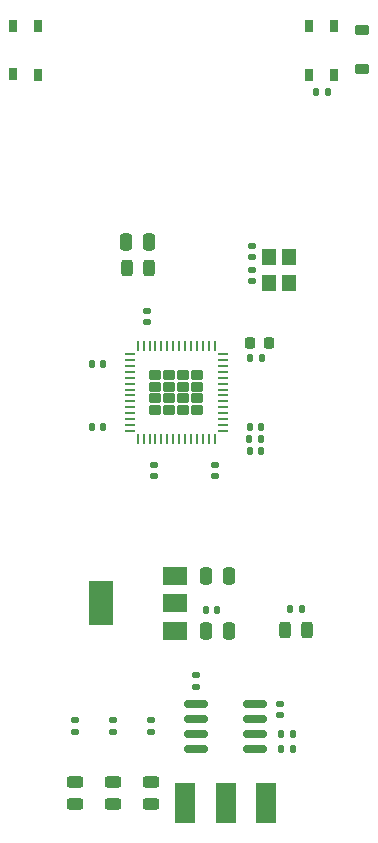
<source format=gbr>
%TF.GenerationSoftware,KiCad,Pcbnew,7.0.2-6a45011f42~172~ubuntu20.04.1*%
%TF.CreationDate,2023-04-23T15:23:27+07:00*%
%TF.ProjectId,EZ-USB-FX2LP-dev-board,455a2d55-5342-42d4-9658-324c502d6465,rev?*%
%TF.SameCoordinates,Original*%
%TF.FileFunction,Paste,Top*%
%TF.FilePolarity,Positive*%
%FSLAX46Y46*%
G04 Gerber Fmt 4.6, Leading zero omitted, Abs format (unit mm)*
G04 Created by KiCad (PCBNEW 7.0.2-6a45011f42~172~ubuntu20.04.1) date 2023-04-23 15:23:27*
%MOMM*%
%LPD*%
G01*
G04 APERTURE LIST*
G04 Aperture macros list*
%AMRoundRect*
0 Rectangle with rounded corners*
0 $1 Rounding radius*
0 $2 $3 $4 $5 $6 $7 $8 $9 X,Y pos of 4 corners*
0 Add a 4 corners polygon primitive as box body*
4,1,4,$2,$3,$4,$5,$6,$7,$8,$9,$2,$3,0*
0 Add four circle primitives for the rounded corners*
1,1,$1+$1,$2,$3*
1,1,$1+$1,$4,$5*
1,1,$1+$1,$6,$7*
1,1,$1+$1,$8,$9*
0 Add four rect primitives between the rounded corners*
20,1,$1+$1,$2,$3,$4,$5,0*
20,1,$1+$1,$4,$5,$6,$7,0*
20,1,$1+$1,$6,$7,$8,$9,0*
20,1,$1+$1,$8,$9,$2,$3,0*%
%AMFreePoly0*
4,1,9,0.435000,0.357500,0.435000,-0.357500,0.290000,-0.502500,-0.290000,-0.502500,-0.435000,-0.357500,-0.435000,0.357500,-0.290000,0.502500,0.290000,0.502500,0.435000,0.357500,0.435000,0.357500,$1*%
G04 Aperture macros list end*
%ADD10RoundRect,0.225000X0.375000X-0.225000X0.375000X0.225000X-0.375000X0.225000X-0.375000X-0.225000X0*%
%ADD11RoundRect,0.135000X-0.135000X-0.185000X0.135000X-0.185000X0.135000X0.185000X-0.135000X0.185000X0*%
%ADD12RoundRect,0.140000X-0.170000X0.140000X-0.170000X-0.140000X0.170000X-0.140000X0.170000X0.140000X0*%
%ADD13RoundRect,0.140000X-0.140000X-0.170000X0.140000X-0.170000X0.140000X0.170000X-0.140000X0.170000X0*%
%ADD14RoundRect,0.150000X-0.825000X-0.150000X0.825000X-0.150000X0.825000X0.150000X-0.825000X0.150000X0*%
%ADD15R,1.780000X3.430000*%
%ADD16RoundRect,0.250000X-0.250000X-0.475000X0.250000X-0.475000X0.250000X0.475000X-0.250000X0.475000X0*%
%ADD17RoundRect,0.140000X0.140000X0.170000X-0.140000X0.170000X-0.140000X-0.170000X0.140000X-0.170000X0*%
%ADD18R,2.000000X1.500000*%
%ADD19R,2.000000X3.800000*%
%ADD20RoundRect,0.243750X0.456250X-0.243750X0.456250X0.243750X-0.456250X0.243750X-0.456250X-0.243750X0*%
%ADD21RoundRect,0.250000X0.250000X0.475000X-0.250000X0.475000X-0.250000X-0.475000X0.250000X-0.475000X0*%
%ADD22RoundRect,0.140000X0.170000X-0.140000X0.170000X0.140000X-0.170000X0.140000X-0.170000X-0.140000X0*%
%ADD23RoundRect,0.243750X0.243750X0.456250X-0.243750X0.456250X-0.243750X-0.456250X0.243750X-0.456250X0*%
%ADD24RoundRect,0.135000X-0.185000X0.135000X-0.185000X-0.135000X0.185000X-0.135000X0.185000X0.135000X0*%
%ADD25RoundRect,0.135000X0.185000X-0.135000X0.185000X0.135000X-0.185000X0.135000X-0.185000X-0.135000X0*%
%ADD26RoundRect,0.225000X-0.225000X-0.250000X0.225000X-0.250000X0.225000X0.250000X-0.225000X0.250000X0*%
%ADD27RoundRect,0.135000X0.135000X0.185000X-0.135000X0.185000X-0.135000X-0.185000X0.135000X-0.185000X0*%
%ADD28FreePoly0,270.000000*%
%ADD29RoundRect,0.062500X-0.062500X0.375000X-0.062500X-0.375000X0.062500X-0.375000X0.062500X0.375000X0*%
%ADD30RoundRect,0.062500X-0.375000X0.062500X-0.375000X-0.062500X0.375000X-0.062500X0.375000X0.062500X0*%
%ADD31R,0.650000X1.050000*%
%ADD32RoundRect,0.243750X-0.243750X-0.456250X0.243750X-0.456250X0.243750X0.456250X-0.243750X0.456250X0*%
%ADD33R,1.200000X1.400000*%
G04 APERTURE END LIST*
D10*
%TO.C,D5*%
X158521400Y-72112500D03*
X158521400Y-68812500D03*
%TD*%
D11*
%TO.C,R8*%
X154607800Y-73990200D03*
X155627800Y-73990200D03*
%TD*%
D12*
%TO.C,C5*%
X140893800Y-105589400D03*
X140893800Y-106549400D03*
%TD*%
D13*
%TO.C,C4*%
X149075200Y-96520000D03*
X150035200Y-96520000D03*
%TD*%
D14*
%TO.C,U2*%
X144502100Y-125831600D03*
X144502100Y-127101600D03*
X144502100Y-128371600D03*
X144502100Y-129641600D03*
X149452100Y-129641600D03*
X149452100Y-128371600D03*
X149452100Y-127101600D03*
X149452100Y-125831600D03*
%TD*%
D15*
%TO.C,TP2*%
X146989800Y-134188200D03*
%TD*%
D16*
%TO.C,C10*%
X145332200Y-115022600D03*
X147232200Y-115022600D03*
%TD*%
D17*
%TO.C,C8*%
X136598600Y-97053400D03*
X135638600Y-97053400D03*
%TD*%
D18*
%TO.C,U3*%
X142697600Y-119622600D03*
X142697600Y-117322600D03*
D19*
X136397600Y-117322600D03*
D18*
X142697600Y-115022600D03*
%TD*%
D20*
%TO.C,D2*%
X140677900Y-134338300D03*
X140677900Y-132463300D03*
%TD*%
D17*
%TO.C,C9*%
X136598600Y-102362000D03*
X135638600Y-102362000D03*
%TD*%
D21*
%TO.C,C14*%
X140472200Y-86715600D03*
X138572200Y-86715600D03*
%TD*%
D22*
%TO.C,C1*%
X149250400Y-90037800D03*
X149250400Y-89077800D03*
%TD*%
D23*
%TO.C,D1*%
X153870900Y-119608600D03*
X151995900Y-119608600D03*
%TD*%
D24*
%TO.C,R1*%
X144502100Y-123391200D03*
X144502100Y-124411200D03*
%TD*%
D13*
%TO.C,C6*%
X149049800Y-104444800D03*
X150009800Y-104444800D03*
%TD*%
D25*
%TO.C,R7*%
X134277100Y-128219200D03*
X134277100Y-127199200D03*
%TD*%
D26*
%TO.C,C15*%
X149072600Y-95300800D03*
X150622600Y-95300800D03*
%TD*%
D27*
%TO.C,R3*%
X152668700Y-128371600D03*
X151648700Y-128371600D03*
%TD*%
D16*
%TO.C,C12*%
X145332200Y-119622600D03*
X147232200Y-119622600D03*
%TD*%
D25*
%TO.C,R5*%
X140677900Y-128221200D03*
X140677900Y-127201200D03*
%TD*%
D28*
%TO.C,U1*%
X144560100Y-97965900D03*
X143385100Y-97965900D03*
X142210100Y-97965900D03*
X141035100Y-97965900D03*
X144560100Y-98965900D03*
X143385100Y-98965900D03*
X142210100Y-98965900D03*
X141035100Y-98965900D03*
X144560100Y-99965900D03*
X143385100Y-99965900D03*
X142210100Y-99965900D03*
X141035100Y-99965900D03*
X144560100Y-100965900D03*
X143385100Y-100965900D03*
X142210100Y-100965900D03*
X141035100Y-100965900D03*
D29*
X146047600Y-95528400D03*
X145547600Y-95528400D03*
X145047600Y-95528400D03*
X144547600Y-95528400D03*
X144047600Y-95528400D03*
X143547600Y-95528400D03*
X143047600Y-95528400D03*
X142547600Y-95528400D03*
X142047600Y-95528400D03*
X141547600Y-95528400D03*
X141047600Y-95528400D03*
X140547600Y-95528400D03*
X140047600Y-95528400D03*
X139547600Y-95528400D03*
D30*
X138860100Y-96215900D03*
X138860100Y-96715900D03*
X138860100Y-97215900D03*
X138860100Y-97715900D03*
X138860100Y-98215900D03*
X138860100Y-98715900D03*
X138860100Y-99215900D03*
X138860100Y-99715900D03*
X138860100Y-100215900D03*
X138860100Y-100715900D03*
X138860100Y-101215900D03*
X138860100Y-101715900D03*
X138860100Y-102215900D03*
X138860100Y-102715900D03*
D29*
X139547600Y-103403400D03*
X140047600Y-103403400D03*
X140547600Y-103403400D03*
X141047600Y-103403400D03*
X141547600Y-103403400D03*
X142047600Y-103403400D03*
X142547600Y-103403400D03*
X143047600Y-103403400D03*
X143547600Y-103403400D03*
X144047600Y-103403400D03*
X144547600Y-103403400D03*
X145047600Y-103403400D03*
X145547600Y-103403400D03*
X146047600Y-103403400D03*
D30*
X146735100Y-102715900D03*
X146735100Y-102215900D03*
X146735100Y-101715900D03*
X146735100Y-101215900D03*
X146735100Y-100715900D03*
X146735100Y-100215900D03*
X146735100Y-99715900D03*
X146735100Y-99215900D03*
X146735100Y-98715900D03*
X146735100Y-98215900D03*
X146735100Y-97715900D03*
X146735100Y-97215900D03*
X146735100Y-96715900D03*
X146735100Y-96215900D03*
%TD*%
D15*
%TO.C,TP1*%
X150431500Y-134188200D03*
%TD*%
D20*
%TO.C,D4*%
X134277100Y-134338300D03*
X134277100Y-132463300D03*
%TD*%
D12*
%TO.C,C13*%
X146047600Y-105589400D03*
X146047600Y-106549400D03*
%TD*%
D20*
%TO.C,D3*%
X137477500Y-134334600D03*
X137477500Y-132459600D03*
%TD*%
D22*
%TO.C,C7*%
X140309600Y-93519200D03*
X140309600Y-92559200D03*
%TD*%
D12*
%TO.C,C3*%
X151625300Y-125831600D03*
X151625300Y-126791600D03*
%TD*%
D27*
%TO.C,R10*%
X150014400Y-103403400D03*
X148994400Y-103403400D03*
%TD*%
D31*
%TO.C,SW2*%
X131123000Y-68410000D03*
X131123000Y-72560000D03*
X128973000Y-68410000D03*
X128973000Y-72535000D03*
%TD*%
D13*
%TO.C,C16*%
X149024400Y-102362000D03*
X149984400Y-102362000D03*
%TD*%
D31*
%TO.C,SW1*%
X154042800Y-72560000D03*
X154042800Y-68410000D03*
X156192800Y-72560000D03*
X156192800Y-68435000D03*
%TD*%
D27*
%TO.C,R2*%
X152668700Y-129641600D03*
X151648700Y-129641600D03*
%TD*%
D12*
%TO.C,C2*%
X149250400Y-87025600D03*
X149250400Y-87985600D03*
%TD*%
D32*
%TO.C,F1*%
X138597200Y-88950800D03*
X140472200Y-88950800D03*
%TD*%
D25*
%TO.C,R6*%
X137477500Y-128219200D03*
X137477500Y-127199200D03*
%TD*%
D15*
%TO.C,TP3*%
X143548100Y-134188200D03*
%TD*%
D13*
%TO.C,C11*%
X145332200Y-117881400D03*
X146292200Y-117881400D03*
%TD*%
D33*
%TO.C,Y1*%
X150661000Y-87977800D03*
X150661000Y-90177800D03*
X152361000Y-90177800D03*
X152361000Y-87977800D03*
%TD*%
D27*
%TO.C,R4*%
X153443400Y-117779800D03*
X152423400Y-117779800D03*
%TD*%
M02*

</source>
